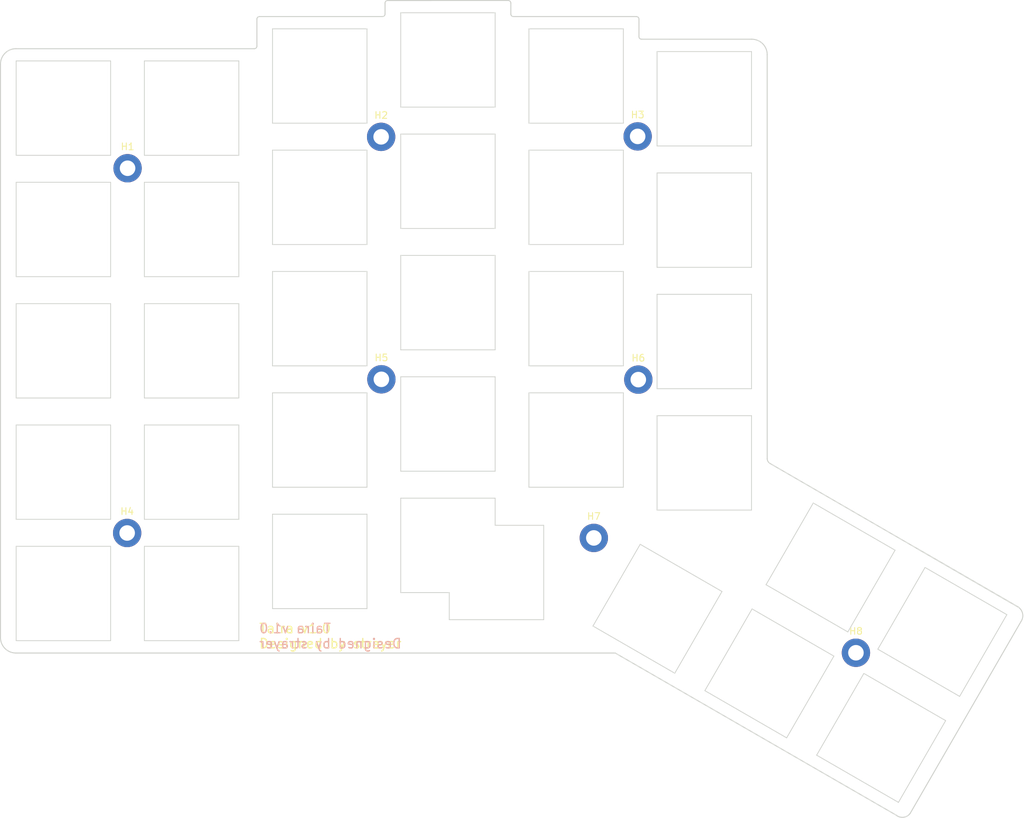
<source format=kicad_pcb>
(kicad_pcb (version 20171130) (host pcbnew "(5.1.9-0-10_14)")

  (general
    (thickness 1.6)
    (drawings 32)
    (tracks 0)
    (zones 0)
    (modules 41)
    (nets 1)
  )

  (page A4)
  (title_block
    (title "Taira Keyboard")
    (date 2021-11-03)
    (rev 1.1)
    (company "strayer | Sven Grunewaldt <sven@grunewaldt.de>")
    (comment 1 "A low profile split mechanical keyboard based on the ErgoDash and Corne Chocolate")
    (comment 4 "Licensed under the MIT License - Copyright (c) 2021 Sven Grunewaldt")
  )

  (layers
    (0 F.Cu signal)
    (31 B.Cu signal)
    (32 B.Adhes user)
    (33 F.Adhes user)
    (34 B.Paste user)
    (35 F.Paste user)
    (36 B.SilkS user)
    (37 F.SilkS user)
    (38 B.Mask user)
    (39 F.Mask user)
    (40 Dwgs.User user)
    (41 Cmts.User user)
    (42 Eco1.User user)
    (43 Eco2.User user)
    (44 Edge.Cuts user)
    (45 Margin user)
    (46 B.CrtYd user)
    (47 F.CrtYd user)
    (48 B.Fab user)
    (49 F.Fab user)
  )

  (setup
    (last_trace_width 0.25)
    (trace_clearance 0.2)
    (zone_clearance 0.508)
    (zone_45_only no)
    (trace_min 0.2)
    (via_size 0.8)
    (via_drill 0.4)
    (via_min_size 0.4)
    (via_min_drill 0.3)
    (uvia_size 0.3)
    (uvia_drill 0.1)
    (uvias_allowed no)
    (uvia_min_size 0.2)
    (uvia_min_drill 0.1)
    (edge_width 0.05)
    (segment_width 0.2)
    (pcb_text_width 0.3)
    (pcb_text_size 1.5 1.5)
    (mod_edge_width 0.12)
    (mod_text_size 1 1)
    (mod_text_width 0.15)
    (pad_size 1.524 1.524)
    (pad_drill 0.762)
    (pad_to_mask_clearance 0)
    (aux_axis_origin 0 0)
    (visible_elements FFFFFF7F)
    (pcbplotparams
      (layerselection 0x010fc_ffffffff)
      (usegerberextensions true)
      (usegerberattributes false)
      (usegerberadvancedattributes false)
      (creategerberjobfile false)
      (excludeedgelayer true)
      (linewidth 0.100000)
      (plotframeref false)
      (viasonmask false)
      (mode 1)
      (useauxorigin false)
      (hpglpennumber 1)
      (hpglpenspeed 20)
      (hpglpendiameter 15.000000)
      (psnegative false)
      (psa4output false)
      (plotreference true)
      (plotvalue false)
      (plotinvisibletext false)
      (padsonsilk false)
      (subtractmaskfromsilk true)
      (outputformat 1)
      (mirror false)
      (drillshape 0)
      (scaleselection 1)
      (outputdirectory "gerber/"))
  )

  (net 0 "")

  (net_class Default "This is the default net class."
    (clearance 0.2)
    (trace_width 0.25)
    (via_dia 0.8)
    (via_drill 0.4)
    (uvia_dia 0.3)
    (uvia_drill 0.1)
  )

  (module plates:SW_Hole (layer F.Cu) (tedit 6144D88D) (tstamp 610A40C5)
    (at 208.46 147.39 330)
    (path /60808885)
    (fp_text reference SW33 (at 7 8.1 150) (layer F.SilkS) hide
      (effects (font (size 1 1) (thickness 0.15)))
    )
    (fp_text value SW_Push (at -7.4 -8.1 150) (layer F.Fab) hide
      (effects (font (size 1 1) (thickness 0.15)))
    )
    (fp_line (start 7 -7) (end -7 -7) (layer Edge.Cuts) (width 0.12))
    (fp_line (start 7 7) (end 7 -7) (layer Edge.Cuts) (width 0.12))
    (fp_line (start -7 7) (end 7 7) (layer Edge.Cuts) (width 0.12))
    (fp_line (start -7 -7) (end -7 7) (layer Edge.Cuts) (width 0.12))
    (fp_line (start 9 -8.5) (end -9 -8.5) (layer F.Fab) (width 0.15))
    (fp_line (start -9 -8.5) (end -9 8.5) (layer F.Fab) (width 0.15))
    (fp_line (start -9 8.5) (end 9 8.5) (layer F.Fab) (width 0.15))
    (fp_line (start 9 8.5) (end 9 -8.5) (layer F.Fab) (width 0.15))
  )

  (module plates:SW_Hole (layer F.Cu) (tedit 6144D88D) (tstamp 610A4051)
    (at 217.53 131.672 330)
    (path /60808877)
    (fp_text reference SW32 (at 7 8.1 150) (layer F.SilkS) hide
      (effects (font (size 1 1) (thickness 0.15)))
    )
    (fp_text value SW_Push (at -7.4 -8.1 150) (layer F.Fab) hide
      (effects (font (size 1 1) (thickness 0.15)))
    )
    (fp_line (start 7 -7) (end -7 -7) (layer Edge.Cuts) (width 0.12))
    (fp_line (start 7 7) (end 7 -7) (layer Edge.Cuts) (width 0.12))
    (fp_line (start -7 7) (end 7 7) (layer Edge.Cuts) (width 0.12))
    (fp_line (start -7 -7) (end -7 7) (layer Edge.Cuts) (width 0.12))
    (fp_line (start 9 -8.5) (end -9 -8.5) (layer F.Fab) (width 0.15))
    (fp_line (start -9 -8.5) (end -9 8.5) (layer F.Fab) (width 0.15))
    (fp_line (start -9 8.5) (end 9 8.5) (layer F.Fab) (width 0.15))
    (fp_line (start 9 8.5) (end 9 -8.5) (layer F.Fab) (width 0.15))
  )

  (module plates:SW_Hole (layer F.Cu) (tedit 6144D88D) (tstamp 61719F1F)
    (at 200.96 122.11 330)
    (path /60808869)
    (fp_text reference SW31 (at 7 8.1 150) (layer F.SilkS) hide
      (effects (font (size 1 1) (thickness 0.15)))
    )
    (fp_text value SW_Push (at -7.4 -8.1 150) (layer F.Fab) hide
      (effects (font (size 1 1) (thickness 0.15)))
    )
    (fp_line (start 7 -7) (end -7 -7) (layer Edge.Cuts) (width 0.12))
    (fp_line (start 7 7) (end 7 -7) (layer Edge.Cuts) (width 0.12))
    (fp_line (start -7 7) (end 7 7) (layer Edge.Cuts) (width 0.12))
    (fp_line (start -7 -7) (end -7 7) (layer Edge.Cuts) (width 0.12))
    (fp_line (start 9 -8.5) (end -9 -8.5) (layer F.Fab) (width 0.15))
    (fp_line (start -9 -8.5) (end -9 8.5) (layer F.Fab) (width 0.15))
    (fp_line (start -9 8.5) (end 9 8.5) (layer F.Fab) (width 0.15))
    (fp_line (start 9 8.5) (end 9 -8.5) (layer F.Fab) (width 0.15))
  )

  (module plates:SW_Hole (layer F.Cu) (tedit 6144D88D) (tstamp 615A3B24)
    (at 191.89 137.821 330)
    (path /60808883)
    (fp_text reference SW30 (at 7 8.1 150) (layer F.SilkS) hide
      (effects (font (size 1 1) (thickness 0.15)))
    )
    (fp_text value SW_Push (at -7.4 -8.1 150) (layer F.Fab) hide
      (effects (font (size 1 1) (thickness 0.15)))
    )
    (fp_line (start 7 -7) (end -7 -7) (layer Edge.Cuts) (width 0.12))
    (fp_line (start 7 7) (end 7 -7) (layer Edge.Cuts) (width 0.12))
    (fp_line (start -7 7) (end 7 7) (layer Edge.Cuts) (width 0.12))
    (fp_line (start -7 -7) (end -7 7) (layer Edge.Cuts) (width 0.12))
    (fp_line (start 9 -8.5) (end -9 -8.5) (layer F.Fab) (width 0.15))
    (fp_line (start -9 -8.5) (end -9 8.5) (layer F.Fab) (width 0.15))
    (fp_line (start -9 8.5) (end 9 8.5) (layer F.Fab) (width 0.15))
    (fp_line (start 9 8.5) (end 9 -8.5) (layer F.Fab) (width 0.15))
  )

  (module plates:SW_Hole (layer F.Cu) (tedit 6144D88D) (tstamp 610A3EF5)
    (at 182.245 106.594 180)
    (path /60808875)
    (fp_text reference SW29 (at 7 8.1) (layer F.SilkS) hide
      (effects (font (size 1 1) (thickness 0.15)))
    )
    (fp_text value SW_Push (at -7.4 -8.1) (layer F.Fab) hide
      (effects (font (size 1 1) (thickness 0.15)))
    )
    (fp_line (start 7 -7) (end -7 -7) (layer Edge.Cuts) (width 0.12))
    (fp_line (start 7 7) (end 7 -7) (layer Edge.Cuts) (width 0.12))
    (fp_line (start -7 7) (end 7 7) (layer Edge.Cuts) (width 0.12))
    (fp_line (start -7 -7) (end -7 7) (layer Edge.Cuts) (width 0.12))
    (fp_line (start 9 -8.5) (end -9 -8.5) (layer F.Fab) (width 0.15))
    (fp_line (start -9 -8.5) (end -9 8.5) (layer F.Fab) (width 0.15))
    (fp_line (start -9 8.5) (end 9 8.5) (layer F.Fab) (width 0.15))
    (fp_line (start 9 8.5) (end 9 -8.5) (layer F.Fab) (width 0.15))
  )

  (module plates:SW_Hole (layer F.Cu) (tedit 6144D88D) (tstamp 610A3E81)
    (at 182.245 88.594)
    (path /60808867)
    (fp_text reference SW28 (at 7 8.1) (layer F.SilkS) hide
      (effects (font (size 1 1) (thickness 0.15)))
    )
    (fp_text value SW_Push (at -7.4 -8.1) (layer F.Fab) hide
      (effects (font (size 1 1) (thickness 0.15)))
    )
    (fp_line (start 7 -7) (end -7 -7) (layer Edge.Cuts) (width 0.12))
    (fp_line (start 7 7) (end 7 -7) (layer Edge.Cuts) (width 0.12))
    (fp_line (start -7 7) (end 7 7) (layer Edge.Cuts) (width 0.12))
    (fp_line (start -7 -7) (end -7 7) (layer Edge.Cuts) (width 0.12))
    (fp_line (start 9 -8.5) (end -9 -8.5) (layer F.Fab) (width 0.15))
    (fp_line (start -9 -8.5) (end -9 8.5) (layer F.Fab) (width 0.15))
    (fp_line (start -9 8.5) (end 9 8.5) (layer F.Fab) (width 0.15))
    (fp_line (start 9 8.5) (end 9 -8.5) (layer F.Fab) (width 0.15))
  )

  (module plates:SW_Hole (layer F.Cu) (tedit 6144D88D) (tstamp 610A3E0D)
    (at 182.245 70.594 180)
    (path /60808859)
    (fp_text reference SW27 (at 7 8.1) (layer F.SilkS) hide
      (effects (font (size 1 1) (thickness 0.15)))
    )
    (fp_text value SW_Push (at -7.4 -8.1) (layer F.Fab) hide
      (effects (font (size 1 1) (thickness 0.15)))
    )
    (fp_line (start 7 -7) (end -7 -7) (layer Edge.Cuts) (width 0.12))
    (fp_line (start 7 7) (end 7 -7) (layer Edge.Cuts) (width 0.12))
    (fp_line (start -7 7) (end 7 7) (layer Edge.Cuts) (width 0.12))
    (fp_line (start -7 -7) (end -7 7) (layer Edge.Cuts) (width 0.12))
    (fp_line (start 9 -8.5) (end -9 -8.5) (layer F.Fab) (width 0.15))
    (fp_line (start -9 -8.5) (end -9 8.5) (layer F.Fab) (width 0.15))
    (fp_line (start -9 8.5) (end 9 8.5) (layer F.Fab) (width 0.15))
    (fp_line (start 9 8.5) (end 9 -8.5) (layer F.Fab) (width 0.15))
  )

  (module plates:SW_Hole (layer F.Cu) (tedit 6144D88D) (tstamp 610A3D99)
    (at 182.245 52.594)
    (path /6080884B)
    (fp_text reference SW26 (at 7 8.1) (layer F.SilkS) hide
      (effects (font (size 1 1) (thickness 0.15)))
    )
    (fp_text value SW_Push (at -7.4 -8.1) (layer F.Fab) hide
      (effects (font (size 1 1) (thickness 0.15)))
    )
    (fp_line (start 7 -7) (end -7 -7) (layer Edge.Cuts) (width 0.12))
    (fp_line (start 7 7) (end 7 -7) (layer Edge.Cuts) (width 0.12))
    (fp_line (start -7 7) (end 7 7) (layer Edge.Cuts) (width 0.12))
    (fp_line (start -7 -7) (end -7 7) (layer Edge.Cuts) (width 0.12))
    (fp_line (start 9 -8.5) (end -9 -8.5) (layer F.Fab) (width 0.15))
    (fp_line (start -9 -8.5) (end -9 8.5) (layer F.Fab) (width 0.15))
    (fp_line (start -9 8.5) (end 9 8.5) (layer F.Fab) (width 0.15))
    (fp_line (start 9 8.5) (end 9 -8.5) (layer F.Fab) (width 0.15))
  )

  (module plates:SW_Hole (layer F.Cu) (tedit 6144D88D) (tstamp 610A3D25)
    (at 175.305 128.236 330)
    (path /60808881)
    (fp_text reference SW25 (at 7 8.1 150) (layer F.SilkS) hide
      (effects (font (size 1 1) (thickness 0.15)))
    )
    (fp_text value SW_Push (at -7.4 -8.1 150) (layer F.Fab) hide
      (effects (font (size 1 1) (thickness 0.15)))
    )
    (fp_line (start 7 -7) (end -7 -7) (layer Edge.Cuts) (width 0.12))
    (fp_line (start 7 7) (end 7 -7) (layer Edge.Cuts) (width 0.12))
    (fp_line (start -7 7) (end 7 7) (layer Edge.Cuts) (width 0.12))
    (fp_line (start -7 -7) (end -7 7) (layer Edge.Cuts) (width 0.12))
    (fp_line (start 9 -8.5) (end -9 -8.5) (layer F.Fab) (width 0.15))
    (fp_line (start -9 -8.5) (end -9 8.5) (layer F.Fab) (width 0.15))
    (fp_line (start -9 8.5) (end 9 8.5) (layer F.Fab) (width 0.15))
    (fp_line (start 9 8.5) (end 9 -8.5) (layer F.Fab) (width 0.15))
  )

  (module plates:SW_Hole (layer F.Cu) (tedit 6144D88D) (tstamp 610A3CB1)
    (at 163.245 103.213 180)
    (path /60808873)
    (fp_text reference SW24 (at 7 8.1) (layer F.SilkS) hide
      (effects (font (size 1 1) (thickness 0.15)))
    )
    (fp_text value SW_Push (at -7.4 -8.1) (layer F.Fab) hide
      (effects (font (size 1 1) (thickness 0.15)))
    )
    (fp_line (start 7 -7) (end -7 -7) (layer Edge.Cuts) (width 0.12))
    (fp_line (start 7 7) (end 7 -7) (layer Edge.Cuts) (width 0.12))
    (fp_line (start -7 7) (end 7 7) (layer Edge.Cuts) (width 0.12))
    (fp_line (start -7 -7) (end -7 7) (layer Edge.Cuts) (width 0.12))
    (fp_line (start 9 -8.5) (end -9 -8.5) (layer F.Fab) (width 0.15))
    (fp_line (start -9 -8.5) (end -9 8.5) (layer F.Fab) (width 0.15))
    (fp_line (start -9 8.5) (end 9 8.5) (layer F.Fab) (width 0.15))
    (fp_line (start 9 8.5) (end 9 -8.5) (layer F.Fab) (width 0.15))
  )

  (module plates:SW_Hole (layer F.Cu) (tedit 6144D88D) (tstamp 610A3C3D)
    (at 163.245 85.213 180)
    (path /60808865)
    (fp_text reference SW23 (at 7 8.1) (layer F.SilkS) hide
      (effects (font (size 1 1) (thickness 0.15)))
    )
    (fp_text value SW_Push (at -7.4 -8.1) (layer F.Fab) hide
      (effects (font (size 1 1) (thickness 0.15)))
    )
    (fp_line (start 7 -7) (end -7 -7) (layer Edge.Cuts) (width 0.12))
    (fp_line (start 7 7) (end 7 -7) (layer Edge.Cuts) (width 0.12))
    (fp_line (start -7 7) (end 7 7) (layer Edge.Cuts) (width 0.12))
    (fp_line (start -7 -7) (end -7 7) (layer Edge.Cuts) (width 0.12))
    (fp_line (start 9 -8.5) (end -9 -8.5) (layer F.Fab) (width 0.15))
    (fp_line (start -9 -8.5) (end -9 8.5) (layer F.Fab) (width 0.15))
    (fp_line (start -9 8.5) (end 9 8.5) (layer F.Fab) (width 0.15))
    (fp_line (start 9 8.5) (end 9 -8.5) (layer F.Fab) (width 0.15))
  )

  (module plates:SW_Hole (layer F.Cu) (tedit 6144D88D) (tstamp 610A3BC9)
    (at 163.245 67.213 180)
    (path /60808857)
    (fp_text reference SW22 (at 7 8.1) (layer F.SilkS) hide
      (effects (font (size 1 1) (thickness 0.15)))
    )
    (fp_text value SW_Push (at -7.4 -8.1) (layer F.Fab) hide
      (effects (font (size 1 1) (thickness 0.15)))
    )
    (fp_line (start 7 -7) (end -7 -7) (layer Edge.Cuts) (width 0.12))
    (fp_line (start 7 7) (end 7 -7) (layer Edge.Cuts) (width 0.12))
    (fp_line (start -7 7) (end 7 7) (layer Edge.Cuts) (width 0.12))
    (fp_line (start -7 -7) (end -7 7) (layer Edge.Cuts) (width 0.12))
    (fp_line (start 9 -8.5) (end -9 -8.5) (layer F.Fab) (width 0.15))
    (fp_line (start -9 -8.5) (end -9 8.5) (layer F.Fab) (width 0.15))
    (fp_line (start -9 8.5) (end 9 8.5) (layer F.Fab) (width 0.15))
    (fp_line (start 9 8.5) (end 9 -8.5) (layer F.Fab) (width 0.15))
  )

  (module plates:SW_Hole (layer F.Cu) (tedit 6144D88D) (tstamp 610A3B55)
    (at 163.245 49.213 180)
    (path /60808849)
    (fp_text reference SW21 (at 7 8.1) (layer F.SilkS) hide
      (effects (font (size 1 1) (thickness 0.15)))
    )
    (fp_text value SW_Push (at -7.4 -8.1) (layer F.Fab) hide
      (effects (font (size 1 1) (thickness 0.15)))
    )
    (fp_line (start 7 -7) (end -7 -7) (layer Edge.Cuts) (width 0.12))
    (fp_line (start 7 7) (end 7 -7) (layer Edge.Cuts) (width 0.12))
    (fp_line (start -7 7) (end 7 7) (layer Edge.Cuts) (width 0.12))
    (fp_line (start -7 -7) (end -7 7) (layer Edge.Cuts) (width 0.12))
    (fp_line (start 9 -8.5) (end -9 -8.5) (layer F.Fab) (width 0.15))
    (fp_line (start -9 -8.5) (end -9 8.5) (layer F.Fab) (width 0.15))
    (fp_line (start -9 8.5) (end 9 8.5) (layer F.Fab) (width 0.15))
    (fp_line (start 9 8.5) (end 9 -8.5) (layer F.Fab) (width 0.15))
  )

  (module plates:SW_Hole_Flippable (layer F.Cu) (tedit 6144E424) (tstamp 610A3AE1)
    (at 144.245 118.832)
    (path /6080887F)
    (fp_text reference SW20 (at 7 8.1) (layer F.SilkS) hide
      (effects (font (size 1 1) (thickness 0.15)))
    )
    (fp_text value SW_Push (at -7.4 -8.1) (layer F.Fab) hide
      (effects (font (size 1 1) (thickness 0.15)))
    )
    (fp_line (start 14.196 -2.972) (end 14.196 11.028) (layer Edge.Cuts) (width 0.12))
    (fp_line (start -7 -7) (end -7 7) (layer Edge.Cuts) (width 0.12))
    (fp_line (start 14.196 11.028) (end 0.196 11.028) (layer Edge.Cuts) (width 0.12))
    (fp_line (start 7 -7) (end -7 -7) (layer Edge.Cuts) (width 0.12))
    (fp_line (start 7 -2.972) (end 7 -7) (layer Edge.Cuts) (width 0.12))
    (fp_line (start -7 7) (end 0.196 7) (layer Edge.Cuts) (width 0.12))
    (fp_line (start 0.196 7) (end 0.196 11.028) (layer Edge.Cuts) (width 0.12))
    (fp_line (start 9 -8.5) (end -9 -8.5) (layer F.Fab) (width 0.15))
    (fp_line (start -9 -8.5) (end -9 8.5) (layer F.Fab) (width 0.15))
    (fp_line (start -9 8.5) (end 9 8.5) (layer F.Fab) (width 0.15))
    (fp_line (start 9 8.5) (end 9 -8.5) (layer F.Fab) (width 0.15))
    (fp_line (start 14.196 -2.972) (end 7 -2.972) (layer Edge.Cuts) (width 0.12))
  )

  (module plates:SW_Hole (layer F.Cu) (tedit 6144D88D) (tstamp 610A3A6D)
    (at 144.245 100.832 180)
    (path /60808871)
    (fp_text reference SW19 (at 7 8.1) (layer F.SilkS) hide
      (effects (font (size 1 1) (thickness 0.15)))
    )
    (fp_text value SW_Push (at -7.4 -8.1) (layer F.Fab) hide
      (effects (font (size 1 1) (thickness 0.15)))
    )
    (fp_line (start 7 -7) (end -7 -7) (layer Edge.Cuts) (width 0.12))
    (fp_line (start 7 7) (end 7 -7) (layer Edge.Cuts) (width 0.12))
    (fp_line (start -7 7) (end 7 7) (layer Edge.Cuts) (width 0.12))
    (fp_line (start -7 -7) (end -7 7) (layer Edge.Cuts) (width 0.12))
    (fp_line (start 9 -8.5) (end -9 -8.5) (layer F.Fab) (width 0.15))
    (fp_line (start -9 -8.5) (end -9 8.5) (layer F.Fab) (width 0.15))
    (fp_line (start -9 8.5) (end 9 8.5) (layer F.Fab) (width 0.15))
    (fp_line (start 9 8.5) (end 9 -8.5) (layer F.Fab) (width 0.15))
  )

  (module plates:SW_Hole (layer F.Cu) (tedit 6144D88D) (tstamp 610A39F9)
    (at 144.245 82.832 180)
    (path /60808863)
    (fp_text reference SW18 (at 7 8.1) (layer F.SilkS) hide
      (effects (font (size 1 1) (thickness 0.15)))
    )
    (fp_text value SW_Push (at -7.4 -8.1) (layer F.Fab) hide
      (effects (font (size 1 1) (thickness 0.15)))
    )
    (fp_line (start 7 -7) (end -7 -7) (layer Edge.Cuts) (width 0.12))
    (fp_line (start 7 7) (end 7 -7) (layer Edge.Cuts) (width 0.12))
    (fp_line (start -7 7) (end 7 7) (layer Edge.Cuts) (width 0.12))
    (fp_line (start -7 -7) (end -7 7) (layer Edge.Cuts) (width 0.12))
    (fp_line (start 9 -8.5) (end -9 -8.5) (layer F.Fab) (width 0.15))
    (fp_line (start -9 -8.5) (end -9 8.5) (layer F.Fab) (width 0.15))
    (fp_line (start -9 8.5) (end 9 8.5) (layer F.Fab) (width 0.15))
    (fp_line (start 9 8.5) (end 9 -8.5) (layer F.Fab) (width 0.15))
  )

  (module plates:SW_Hole (layer F.Cu) (tedit 6144D88D) (tstamp 610A3985)
    (at 144.245 64.832 180)
    (path /60808855)
    (fp_text reference SW17 (at 7 8.1) (layer F.SilkS) hide
      (effects (font (size 1 1) (thickness 0.15)))
    )
    (fp_text value SW_Push (at -7.4 -8.1) (layer F.Fab) hide
      (effects (font (size 1 1) (thickness 0.15)))
    )
    (fp_line (start 7 -7) (end -7 -7) (layer Edge.Cuts) (width 0.12))
    (fp_line (start 7 7) (end 7 -7) (layer Edge.Cuts) (width 0.12))
    (fp_line (start -7 7) (end 7 7) (layer Edge.Cuts) (width 0.12))
    (fp_line (start -7 -7) (end -7 7) (layer Edge.Cuts) (width 0.12))
    (fp_line (start 9 -8.5) (end -9 -8.5) (layer F.Fab) (width 0.15))
    (fp_line (start -9 -8.5) (end -9 8.5) (layer F.Fab) (width 0.15))
    (fp_line (start -9 8.5) (end 9 8.5) (layer F.Fab) (width 0.15))
    (fp_line (start 9 8.5) (end 9 -8.5) (layer F.Fab) (width 0.15))
  )

  (module plates:SW_Hole (layer F.Cu) (tedit 6144D88D) (tstamp 610A3911)
    (at 144.245 46.832 180)
    (path /60808847)
    (fp_text reference SW16 (at 7 8.1) (layer F.SilkS) hide
      (effects (font (size 1 1) (thickness 0.15)))
    )
    (fp_text value SW_Push (at -7.4 -8.1) (layer F.Fab) hide
      (effects (font (size 1 1) (thickness 0.15)))
    )
    (fp_line (start 7 -7) (end -7 -7) (layer Edge.Cuts) (width 0.12))
    (fp_line (start 7 7) (end 7 -7) (layer Edge.Cuts) (width 0.12))
    (fp_line (start -7 7) (end 7 7) (layer Edge.Cuts) (width 0.12))
    (fp_line (start -7 -7) (end -7 7) (layer Edge.Cuts) (width 0.12))
    (fp_line (start 9 -8.5) (end -9 -8.5) (layer F.Fab) (width 0.15))
    (fp_line (start -9 -8.5) (end -9 8.5) (layer F.Fab) (width 0.15))
    (fp_line (start -9 8.5) (end 9 8.5) (layer F.Fab) (width 0.15))
    (fp_line (start 9 8.5) (end 9 -8.5) (layer F.Fab) (width 0.15))
  )

  (module plates:SW_Hole (layer F.Cu) (tedit 6144D88D) (tstamp 610A389D)
    (at 125.245 121.213 180)
    (path /6080887D)
    (fp_text reference SW15 (at 7 8.1) (layer F.SilkS) hide
      (effects (font (size 1 1) (thickness 0.15)))
    )
    (fp_text value SW_Push (at -7.4 -8.1) (layer F.Fab) hide
      (effects (font (size 1 1) (thickness 0.15)))
    )
    (fp_line (start 7 -7) (end -7 -7) (layer Edge.Cuts) (width 0.12))
    (fp_line (start 7 7) (end 7 -7) (layer Edge.Cuts) (width 0.12))
    (fp_line (start -7 7) (end 7 7) (layer Edge.Cuts) (width 0.12))
    (fp_line (start -7 -7) (end -7 7) (layer Edge.Cuts) (width 0.12))
    (fp_line (start 9 -8.5) (end -9 -8.5) (layer F.Fab) (width 0.15))
    (fp_line (start -9 -8.5) (end -9 8.5) (layer F.Fab) (width 0.15))
    (fp_line (start -9 8.5) (end 9 8.5) (layer F.Fab) (width 0.15))
    (fp_line (start 9 8.5) (end 9 -8.5) (layer F.Fab) (width 0.15))
  )

  (module plates:SW_Hole (layer F.Cu) (tedit 6144D88D) (tstamp 610A3829)
    (at 125.245 103.213 180)
    (path /6080886F)
    (fp_text reference SW14 (at 7 8.1) (layer F.SilkS) hide
      (effects (font (size 1 1) (thickness 0.15)))
    )
    (fp_text value SW_Push (at -7.4 -8.1) (layer F.Fab) hide
      (effects (font (size 1 1) (thickness 0.15)))
    )
    (fp_line (start 7 -7) (end -7 -7) (layer Edge.Cuts) (width 0.12))
    (fp_line (start 7 7) (end 7 -7) (layer Edge.Cuts) (width 0.12))
    (fp_line (start -7 7) (end 7 7) (layer Edge.Cuts) (width 0.12))
    (fp_line (start -7 -7) (end -7 7) (layer Edge.Cuts) (width 0.12))
    (fp_line (start 9 -8.5) (end -9 -8.5) (layer F.Fab) (width 0.15))
    (fp_line (start -9 -8.5) (end -9 8.5) (layer F.Fab) (width 0.15))
    (fp_line (start -9 8.5) (end 9 8.5) (layer F.Fab) (width 0.15))
    (fp_line (start 9 8.5) (end 9 -8.5) (layer F.Fab) (width 0.15))
  )

  (module plates:SW_Hole (layer F.Cu) (tedit 6144D88D) (tstamp 610A37B5)
    (at 125.245 85.213 180)
    (path /60808861)
    (fp_text reference SW13 (at 7 8.1) (layer F.SilkS) hide
      (effects (font (size 1 1) (thickness 0.15)))
    )
    (fp_text value SW_Push (at -7.4 -8.1) (layer F.Fab) hide
      (effects (font (size 1 1) (thickness 0.15)))
    )
    (fp_line (start 7 -7) (end -7 -7) (layer Edge.Cuts) (width 0.12))
    (fp_line (start 7 7) (end 7 -7) (layer Edge.Cuts) (width 0.12))
    (fp_line (start -7 7) (end 7 7) (layer Edge.Cuts) (width 0.12))
    (fp_line (start -7 -7) (end -7 7) (layer Edge.Cuts) (width 0.12))
    (fp_line (start 9 -8.5) (end -9 -8.5) (layer F.Fab) (width 0.15))
    (fp_line (start -9 -8.5) (end -9 8.5) (layer F.Fab) (width 0.15))
    (fp_line (start -9 8.5) (end 9 8.5) (layer F.Fab) (width 0.15))
    (fp_line (start 9 8.5) (end 9 -8.5) (layer F.Fab) (width 0.15))
  )

  (module plates:SW_Hole (layer F.Cu) (tedit 6144D88D) (tstamp 610A3741)
    (at 125.245 67.213 180)
    (path /60808853)
    (fp_text reference SW12 (at 7 8.1) (layer F.SilkS) hide
      (effects (font (size 1 1) (thickness 0.15)))
    )
    (fp_text value SW_Push (at -7.4 -8.1) (layer F.Fab) hide
      (effects (font (size 1 1) (thickness 0.15)))
    )
    (fp_line (start 7 -7) (end -7 -7) (layer Edge.Cuts) (width 0.12))
    (fp_line (start 7 7) (end 7 -7) (layer Edge.Cuts) (width 0.12))
    (fp_line (start -7 7) (end 7 7) (layer Edge.Cuts) (width 0.12))
    (fp_line (start -7 -7) (end -7 7) (layer Edge.Cuts) (width 0.12))
    (fp_line (start 9 -8.5) (end -9 -8.5) (layer F.Fab) (width 0.15))
    (fp_line (start -9 -8.5) (end -9 8.5) (layer F.Fab) (width 0.15))
    (fp_line (start -9 8.5) (end 9 8.5) (layer F.Fab) (width 0.15))
    (fp_line (start 9 8.5) (end 9 -8.5) (layer F.Fab) (width 0.15))
  )

  (module plates:SW_Hole (layer F.Cu) (tedit 6144D88D) (tstamp 610A36CD)
    (at 125.245 49.213 180)
    (path /60808845)
    (fp_text reference SW11 (at 7 8.1) (layer F.SilkS) hide
      (effects (font (size 1 1) (thickness 0.15)))
    )
    (fp_text value SW_Push (at -7.4 -8.1) (layer F.Fab) hide
      (effects (font (size 1 1) (thickness 0.15)))
    )
    (fp_line (start 7 -7) (end -7 -7) (layer Edge.Cuts) (width 0.12))
    (fp_line (start 7 7) (end 7 -7) (layer Edge.Cuts) (width 0.12))
    (fp_line (start -7 7) (end 7 7) (layer Edge.Cuts) (width 0.12))
    (fp_line (start -7 -7) (end -7 7) (layer Edge.Cuts) (width 0.12))
    (fp_line (start 9 -8.5) (end -9 -8.5) (layer F.Fab) (width 0.15))
    (fp_line (start -9 -8.5) (end -9 8.5) (layer F.Fab) (width 0.15))
    (fp_line (start -9 8.5) (end 9 8.5) (layer F.Fab) (width 0.15))
    (fp_line (start 9 8.5) (end 9 -8.5) (layer F.Fab) (width 0.15))
  )

  (module plates:SW_Hole (layer F.Cu) (tedit 6144D88D) (tstamp 610A3659)
    (at 106.245 125.975 180)
    (path /6080887B)
    (fp_text reference SW10 (at 7 8.1) (layer F.SilkS) hide
      (effects (font (size 1 1) (thickness 0.15)))
    )
    (fp_text value SW_Push (at -7.4 -8.1) (layer F.Fab) hide
      (effects (font (size 1 1) (thickness 0.15)))
    )
    (fp_line (start 7 -7) (end -7 -7) (layer Edge.Cuts) (width 0.12))
    (fp_line (start 7 7) (end 7 -7) (layer Edge.Cuts) (width 0.12))
    (fp_line (start -7 7) (end 7 7) (layer Edge.Cuts) (width 0.12))
    (fp_line (start -7 -7) (end -7 7) (layer Edge.Cuts) (width 0.12))
    (fp_line (start 9 -8.5) (end -9 -8.5) (layer F.Fab) (width 0.15))
    (fp_line (start -9 -8.5) (end -9 8.5) (layer F.Fab) (width 0.15))
    (fp_line (start -9 8.5) (end 9 8.5) (layer F.Fab) (width 0.15))
    (fp_line (start 9 8.5) (end 9 -8.5) (layer F.Fab) (width 0.15))
  )

  (module plates:SW_Hole (layer F.Cu) (tedit 6144D88D) (tstamp 610A35E5)
    (at 106.245 107.975 180)
    (path /6080886D)
    (fp_text reference SW9 (at 7 8.1) (layer F.SilkS) hide
      (effects (font (size 1 1) (thickness 0.15)))
    )
    (fp_text value SW_Push (at -7.4 -8.1) (layer F.Fab) hide
      (effects (font (size 1 1) (thickness 0.15)))
    )
    (fp_line (start 7 -7) (end -7 -7) (layer Edge.Cuts) (width 0.12))
    (fp_line (start 7 7) (end 7 -7) (layer Edge.Cuts) (width 0.12))
    (fp_line (start -7 7) (end 7 7) (layer Edge.Cuts) (width 0.12))
    (fp_line (start -7 -7) (end -7 7) (layer Edge.Cuts) (width 0.12))
    (fp_line (start 9 -8.5) (end -9 -8.5) (layer F.Fab) (width 0.15))
    (fp_line (start -9 -8.5) (end -9 8.5) (layer F.Fab) (width 0.15))
    (fp_line (start -9 8.5) (end 9 8.5) (layer F.Fab) (width 0.15))
    (fp_line (start 9 8.5) (end 9 -8.5) (layer F.Fab) (width 0.15))
  )

  (module plates:SW_Hole (layer F.Cu) (tedit 6144D88D) (tstamp 610A3571)
    (at 106.245 89.975 180)
    (path /6080885F)
    (fp_text reference SW8 (at 7 8.1) (layer F.SilkS) hide
      (effects (font (size 1 1) (thickness 0.15)))
    )
    (fp_text value SW_Push (at -7.4 -8.1) (layer F.Fab) hide
      (effects (font (size 1 1) (thickness 0.15)))
    )
    (fp_line (start 7 -7) (end -7 -7) (layer Edge.Cuts) (width 0.12))
    (fp_line (start 7 7) (end 7 -7) (layer Edge.Cuts) (width 0.12))
    (fp_line (start -7 7) (end 7 7) (layer Edge.Cuts) (width 0.12))
    (fp_line (start -7 -7) (end -7 7) (layer Edge.Cuts) (width 0.12))
    (fp_line (start 9 -8.5) (end -9 -8.5) (layer F.Fab) (width 0.15))
    (fp_line (start -9 -8.5) (end -9 8.5) (layer F.Fab) (width 0.15))
    (fp_line (start -9 8.5) (end 9 8.5) (layer F.Fab) (width 0.15))
    (fp_line (start 9 8.5) (end 9 -8.5) (layer F.Fab) (width 0.15))
  )

  (module plates:SW_Hole (layer F.Cu) (tedit 6144D88D) (tstamp 610A34FD)
    (at 106.245 71.975 180)
    (path /60808851)
    (fp_text reference SW7 (at 7 8.1) (layer F.SilkS) hide
      (effects (font (size 1 1) (thickness 0.15)))
    )
    (fp_text value SW_Push (at -7.4 -8.1) (layer F.Fab) hide
      (effects (font (size 1 1) (thickness 0.15)))
    )
    (fp_line (start 7 -7) (end -7 -7) (layer Edge.Cuts) (width 0.12))
    (fp_line (start 7 7) (end 7 -7) (layer Edge.Cuts) (width 0.12))
    (fp_line (start -7 7) (end 7 7) (layer Edge.Cuts) (width 0.12))
    (fp_line (start -7 -7) (end -7 7) (layer Edge.Cuts) (width 0.12))
    (fp_line (start 9 -8.5) (end -9 -8.5) (layer F.Fab) (width 0.15))
    (fp_line (start -9 -8.5) (end -9 8.5) (layer F.Fab) (width 0.15))
    (fp_line (start -9 8.5) (end 9 8.5) (layer F.Fab) (width 0.15))
    (fp_line (start 9 8.5) (end 9 -8.5) (layer F.Fab) (width 0.15))
  )

  (module plates:SW_Hole (layer F.Cu) (tedit 6144D88D) (tstamp 610A3489)
    (at 106.245 53.975 180)
    (path /60808843)
    (fp_text reference SW6 (at 7 8.1) (layer F.SilkS) hide
      (effects (font (size 1 1) (thickness 0.15)))
    )
    (fp_text value SW_Push (at -7.4 -8.1) (layer F.Fab) hide
      (effects (font (size 1 1) (thickness 0.15)))
    )
    (fp_line (start 7 -7) (end -7 -7) (layer Edge.Cuts) (width 0.12))
    (fp_line (start 7 7) (end 7 -7) (layer Edge.Cuts) (width 0.12))
    (fp_line (start -7 7) (end 7 7) (layer Edge.Cuts) (width 0.12))
    (fp_line (start -7 -7) (end -7 7) (layer Edge.Cuts) (width 0.12))
    (fp_line (start 9 -8.5) (end -9 -8.5) (layer F.Fab) (width 0.15))
    (fp_line (start -9 -8.5) (end -9 8.5) (layer F.Fab) (width 0.15))
    (fp_line (start -9 8.5) (end 9 8.5) (layer F.Fab) (width 0.15))
    (fp_line (start 9 8.5) (end 9 -8.5) (layer F.Fab) (width 0.15))
  )

  (module plates:SW_Hole (layer F.Cu) (tedit 6144D88D) (tstamp 610A3415)
    (at 87.245 125.975 180)
    (path /60808879)
    (fp_text reference SW5 (at 7 8.1) (layer F.SilkS) hide
      (effects (font (size 1 1) (thickness 0.15)))
    )
    (fp_text value SW_Push (at -7.4 -8.1) (layer F.Fab) hide
      (effects (font (size 1 1) (thickness 0.15)))
    )
    (fp_line (start 7 -7) (end -7 -7) (layer Edge.Cuts) (width 0.12))
    (fp_line (start 7 7) (end 7 -7) (layer Edge.Cuts) (width 0.12))
    (fp_line (start -7 7) (end 7 7) (layer Edge.Cuts) (width 0.12))
    (fp_line (start -7 -7) (end -7 7) (layer Edge.Cuts) (width 0.12))
    (fp_line (start 9 -8.5) (end -9 -8.5) (layer F.Fab) (width 0.15))
    (fp_line (start -9 -8.5) (end -9 8.5) (layer F.Fab) (width 0.15))
    (fp_line (start -9 8.5) (end 9 8.5) (layer F.Fab) (width 0.15))
    (fp_line (start 9 8.5) (end 9 -8.5) (layer F.Fab) (width 0.15))
  )

  (module plates:SW_Hole (layer F.Cu) (tedit 6144D88D) (tstamp 610A33A1)
    (at 87.245 107.975 180)
    (path /6080886B)
    (fp_text reference SW4 (at 7 8.1) (layer F.SilkS) hide
      (effects (font (size 1 1) (thickness 0.15)))
    )
    (fp_text value SW_Push (at -7.4 -8.1) (layer F.Fab) hide
      (effects (font (size 1 1) (thickness 0.15)))
    )
    (fp_line (start 7 -7) (end -7 -7) (layer Edge.Cuts) (width 0.12))
    (fp_line (start 7 7) (end 7 -7) (layer Edge.Cuts) (width 0.12))
    (fp_line (start -7 7) (end 7 7) (layer Edge.Cuts) (width 0.12))
    (fp_line (start -7 -7) (end -7 7) (layer Edge.Cuts) (width 0.12))
    (fp_line (start 9 -8.5) (end -9 -8.5) (layer F.Fab) (width 0.15))
    (fp_line (start -9 -8.5) (end -9 8.5) (layer F.Fab) (width 0.15))
    (fp_line (start -9 8.5) (end 9 8.5) (layer F.Fab) (width 0.15))
    (fp_line (start 9 8.5) (end 9 -8.5) (layer F.Fab) (width 0.15))
  )

  (module plates:SW_Hole (layer F.Cu) (tedit 6144D88D) (tstamp 610A332D)
    (at 87.245 89.975 180)
    (path /6080885D)
    (fp_text reference SW3 (at 7 8.1) (layer F.SilkS) hide
      (effects (font (size 1 1) (thickness 0.15)))
    )
    (fp_text value SW_Push (at -7.4 -8.1) (layer F.Fab) hide
      (effects (font (size 1 1) (thickness 0.15)))
    )
    (fp_line (start 7 -7) (end -7 -7) (layer Edge.Cuts) (width 0.12))
    (fp_line (start 7 7) (end 7 -7) (layer Edge.Cuts) (width 0.12))
    (fp_line (start -7 7) (end 7 7) (layer Edge.Cuts) (width 0.12))
    (fp_line (start -7 -7) (end -7 7) (layer Edge.Cuts) (width 0.12))
    (fp_line (start 9 -8.5) (end -9 -8.5) (layer F.Fab) (width 0.15))
    (fp_line (start -9 -8.5) (end -9 8.5) (layer F.Fab) (width 0.15))
    (fp_line (start -9 8.5) (end 9 8.5) (layer F.Fab) (width 0.15))
    (fp_line (start 9 8.5) (end 9 -8.5) (layer F.Fab) (width 0.15))
  )

  (module plates:SW_Hole (layer F.Cu) (tedit 6144D88D) (tstamp 610A32B9)
    (at 87.245 71.975 180)
    (path /6080884F)
    (fp_text reference SW2 (at 7 8.1) (layer F.SilkS) hide
      (effects (font (size 1 1) (thickness 0.15)))
    )
    (fp_text value SW_Push (at -7.4 -8.1) (layer F.Fab) hide
      (effects (font (size 1 1) (thickness 0.15)))
    )
    (fp_line (start 7 -7) (end -7 -7) (layer Edge.Cuts) (width 0.12))
    (fp_line (start 7 7) (end 7 -7) (layer Edge.Cuts) (width 0.12))
    (fp_line (start -7 7) (end 7 7) (layer Edge.Cuts) (width 0.12))
    (fp_line (start -7 -7) (end -7 7) (layer Edge.Cuts) (width 0.12))
    (fp_line (start 9 -8.5) (end -9 -8.5) (layer F.Fab) (width 0.15))
    (fp_line (start -9 -8.5) (end -9 8.5) (layer F.Fab) (width 0.15))
    (fp_line (start -9 8.5) (end 9 8.5) (layer F.Fab) (width 0.15))
    (fp_line (start 9 8.5) (end 9 -8.5) (layer F.Fab) (width 0.15))
  )

  (module plates:SW_Hole (layer F.Cu) (tedit 6144D88D) (tstamp 61099D45)
    (at 87.245 53.975 180)
    (path /60808841)
    (fp_text reference SW1 (at 7 8.1) (layer F.SilkS) hide
      (effects (font (size 1 1) (thickness 0.15)))
    )
    (fp_text value SW_Push (at -7.4 -8.1) (layer F.Fab) hide
      (effects (font (size 1 1) (thickness 0.15)))
    )
    (fp_line (start 7 -7) (end -7 -7) (layer Edge.Cuts) (width 0.12))
    (fp_line (start 7 7) (end 7 -7) (layer Edge.Cuts) (width 0.12))
    (fp_line (start -7 7) (end 7 7) (layer Edge.Cuts) (width 0.12))
    (fp_line (start -7 -7) (end -7 7) (layer Edge.Cuts) (width 0.12))
    (fp_line (start 9 -8.5) (end -9 -8.5) (layer F.Fab) (width 0.15))
    (fp_line (start -9 -8.5) (end -9 8.5) (layer F.Fab) (width 0.15))
    (fp_line (start -9 8.5) (end 9 8.5) (layer F.Fab) (width 0.15))
    (fp_line (start 9 8.5) (end 9 -8.5) (layer F.Fab) (width 0.15))
  )

  (module plates:M2_Hole_TH (layer F.Cu) (tedit 5F7666C1) (tstamp 6139A59F)
    (at 204.723 134.762)
    (path /613B097E)
    (fp_text reference H8 (at 0 -3.2) (layer F.SilkS)
      (effects (font (size 1 1) (thickness 0.15)))
    )
    (fp_text value MountingHole (at 0 3.2) (layer F.Fab)
      (effects (font (size 1 1) (thickness 0.15)))
    )
    (fp_text user %R (at 0.3 0) (layer F.Fab)
      (effects (font (size 1 1) (thickness 0.15)))
    )
    (pad "" thru_hole circle (at 0 0) (size 4.2 4.2) (drill 2.3) (layers *.Cu *.Mask))
  )

  (module plates:M2_Hole_TH (layer F.Cu) (tedit 5F7666C1) (tstamp 6139A597)
    (at 165.87 117.73)
    (path /6139AE82)
    (fp_text reference H7 (at 0 -3.2) (layer F.SilkS)
      (effects (font (size 1 1) (thickness 0.15)))
    )
    (fp_text value MountingHole (at 0 3.2) (layer F.Fab)
      (effects (font (size 1 1) (thickness 0.15)))
    )
    (fp_text user %R (at 0.3 0) (layer F.Fab)
      (effects (font (size 1 1) (thickness 0.15)))
    )
    (pad "" thru_hole circle (at 0 0) (size 4.2 4.2) (drill 2.3) (layers *.Cu *.Mask))
  )

  (module plates:M2_Hole_TH (layer F.Cu) (tedit 5F7666C1) (tstamp 6139A58F)
    (at 172.463 94.248)
    (path /613968FF)
    (fp_text reference H6 (at 0 -3.2) (layer F.SilkS)
      (effects (font (size 1 1) (thickness 0.15)))
    )
    (fp_text value MountingHole (at 0 3.2) (layer F.Fab)
      (effects (font (size 1 1) (thickness 0.15)))
    )
    (fp_text user %R (at 0.3 0) (layer F.Fab)
      (effects (font (size 1 1) (thickness 0.15)))
    )
    (pad "" thru_hole circle (at 0 0) (size 4.2 4.2) (drill 2.3) (layers *.Cu *.Mask))
  )

  (module plates:M2_Hole_TH (layer F.Cu) (tedit 5F7666C1) (tstamp 6139A587)
    (at 134.379 94.204)
    (path /613A7E8C)
    (fp_text reference H5 (at 0 -3.2) (layer F.SilkS)
      (effects (font (size 1 1) (thickness 0.15)))
    )
    (fp_text value MountingHole (at 0 3.2) (layer F.Fab)
      (effects (font (size 1 1) (thickness 0.15)))
    )
    (fp_text user %R (at 0.3 0) (layer F.Fab)
      (effects (font (size 1 1) (thickness 0.15)))
    )
    (pad "" thru_hole circle (at 0 0) (size 4.2 4.2) (drill 2.3) (layers *.Cu *.Mask))
  )

  (module plates:M2_Hole_TH (layer F.Cu) (tedit 5F7666C1) (tstamp 6139A57F)
    (at 96.694 116.997)
    (path /613AC3D2)
    (fp_text reference H4 (at 0 -3.2) (layer F.SilkS)
      (effects (font (size 1 1) (thickness 0.15)))
    )
    (fp_text value MountingHole (at 0 3.2) (layer F.Fab)
      (effects (font (size 1 1) (thickness 0.15)))
    )
    (fp_text user %R (at 0.3 0) (layer F.Fab)
      (effects (font (size 1 1) (thickness 0.15)))
    )
    (pad "" thru_hole circle (at 0 0) (size 4.2 4.2) (drill 2.3) (layers *.Cu *.Mask))
  )

  (module plates:M2_Hole_TH (layer F.Cu) (tedit 5F7666C1) (tstamp 6139A577)
    (at 172.365 58.174)
    (path /613A391F)
    (fp_text reference H3 (at 0 -3.2) (layer F.SilkS)
      (effects (font (size 1 1) (thickness 0.15)))
    )
    (fp_text value MountingHole (at 0 3.2) (layer F.Fab)
      (effects (font (size 1 1) (thickness 0.15)))
    )
    (fp_text user %R (at 0.3 0) (layer F.Fab)
      (effects (font (size 1 1) (thickness 0.15)))
    )
    (pad "" thru_hole circle (at 0 0) (size 4.2 4.2) (drill 2.3) (layers *.Cu *.Mask))
  )

  (module plates:M2_Hole_TH (layer F.Cu) (tedit 5F7666C1) (tstamp 6139A56F)
    (at 134.342 58.24)
    (path /61396604)
    (fp_text reference H2 (at 0 -3.2) (layer F.SilkS)
      (effects (font (size 1 1) (thickness 0.15)))
    )
    (fp_text value MountingHole (at 0 3.2) (layer F.Fab)
      (effects (font (size 1 1) (thickness 0.15)))
    )
    (fp_text user %R (at 0.3 0) (layer F.Fab)
      (effects (font (size 1 1) (thickness 0.15)))
    )
    (pad "" thru_hole circle (at 0 0) (size 4.2 4.2) (drill 2.3) (layers *.Cu *.Mask))
  )

  (module plates:M2_Hole_TH (layer F.Cu) (tedit 5F7666C1) (tstamp 6139A567)
    (at 96.755 62.896)
    (path /6139F453)
    (fp_text reference H1 (at 0 -3.2) (layer F.SilkS)
      (effects (font (size 1 1) (thickness 0.15)))
    )
    (fp_text value MountingHole (at 0 3.2) (layer F.Fab)
      (effects (font (size 1 1) (thickness 0.15)))
    )
    (fp_text user %R (at 0.3 0) (layer F.Fab)
      (effects (font (size 1 1) (thickness 0.15)))
    )
    (pad "" thru_hole circle (at 0 0) (size 4.2 4.2) (drill 2.3) (layers *.Cu *.Mask))
  )

  (gr_arc (start 192.406 105.961) (end 191.571 105.951) (angle -61) (layer Edge.Cuts) (width 0.15))
  (gr_line (start 191.992438 106.686459) (end 228.796 127.992) (layer Edge.Cuts) (width 0.15) (tstamp 617930B2))
  (gr_line (start 115.926 40.779) (end 115.926 44.785) (layer Edge.Cuts) (width 0.15))
  (gr_line (start 115.546 45.165) (end 80.206 45.165) (layer Edge.Cuts) (width 0.15))
  (gr_arc (start 115.546 44.785) (end 115.546 45.165) (angle -90) (layer Edge.Cuts) (width 0.15) (tstamp 61728D26))
  (gr_arc (start 116.306 40.779) (end 116.306 40.399) (angle -90) (layer Edge.Cuts) (width 0.15) (tstamp 61728D22))
  (gr_line (start 134.542 40.399) (end 116.306 40.399) (layer Edge.Cuts) (width 0.15))
  (gr_arc (start 134.542 40.019) (end 134.542 40.399) (angle -90) (layer Edge.Cuts) (width 0.15) (tstamp 61728CF0))
  (gr_line (start 134.922 40.019) (end 134.922 38.398) (layer Edge.Cuts) (width 0.15) (tstamp 61728CEF))
  (gr_arc (start 135.302 38.398) (end 135.302 38.018) (angle -90) (layer Edge.Cuts) (width 0.15) (tstamp 61728CDD))
  (gr_line (start 153.185 38.017) (end 135.302 38.018) (layer Edge.Cuts) (width 0.15) (tstamp 61728CD4))
  (gr_line (start 172.18 40.4) (end 153.945 40.4) (layer Edge.Cuts) (width 0.15))
  (gr_arc (start 153.185 38.397) (end 153.565 38.397) (angle -90) (layer Edge.Cuts) (width 0.15) (tstamp 61728C7C))
  (gr_line (start 153.565 40.02) (end 153.565 38.397) (layer Edge.Cuts) (width 0.15) (tstamp 61728C7B))
  (gr_arc (start 153.945 40.02) (end 153.565 40.02) (angle -90) (layer Edge.Cuts) (width 0.15) (tstamp 61728C7A))
  (gr_line (start 172.56 43.379) (end 172.56 40.78) (layer Edge.Cuts) (width 0.15))
  (gr_arc (start 172.18 40.78) (end 172.56 40.78) (angle -90) (layer Edge.Cuts) (width 0.15) (tstamp 61728C46))
  (gr_arc (start 172.94 43.379) (end 172.56 43.379) (angle -90) (layer Edge.Cuts) (width 0.15))
  (gr_text "Taira v1.0\nDesigned by strayer" (at 116.152 132.279) (layer B.SilkS) (tstamp 615A4B56)
    (effects (font (size 1.4 1.4) (thickness 0.2)) (justify right mirror))
  )
  (gr_arc (start 189.284 46.046) (end 189.284 43.76) (angle 90) (layer Edge.Cuts) (width 0.15) (tstamp 6133AAA6))
  (gr_line (start 191.571 105.951) (end 191.57 46.046) (layer Edge.Cuts) (width 0.15))
  (gr_text "Taira v1.0\nDesigned by strayer" (at 116.152 132.279) (layer F.SilkS) (tstamp 615A4B53)
    (effects (font (size 1.4 1.4) (thickness 0.2)) (justify left))
  )
  (gr_line (start 189.284 43.76) (end 172.94 43.759) (layer Edge.Cuts) (width 0.15) (tstamp 6109D3E6))
  (gr_line (start 213.71 119.261) (end 228.796 127.992) (layer Edge.Cuts) (width 0.15))
  (gr_arc (start 227.907 129.262) (end 228.796 127.992) (angle 90) (layer Edge.Cuts) (width 0.15))
  (gr_line (start 212.755 158.597) (end 229.177 130.151) (layer Edge.Cuts) (width 0.15))
  (gr_arc (start 211.602 157.728) (end 212.755 158.597) (angle 91.68588017) (layer Edge.Cuts) (width 0.15))
  (gr_line (start 169.04 134.8) (end 210.699455 158.854935) (layer Edge.Cuts) (width 0.15))
  (gr_line (start 80.206 134.8) (end 169.04 134.8) (layer Edge.Cuts) (width 0.15))
  (gr_arc (start 80.206 132.514) (end 80.206 134.8) (angle 90) (layer Edge.Cuts) (width 0.15))
  (gr_line (start 77.92 132.514) (end 77.92 47.451) (layer Edge.Cuts) (width 0.15))
  (gr_arc (start 80.206 47.451) (end 77.92 47.451) (angle 90) (layer Edge.Cuts) (width 0.15))

)

</source>
